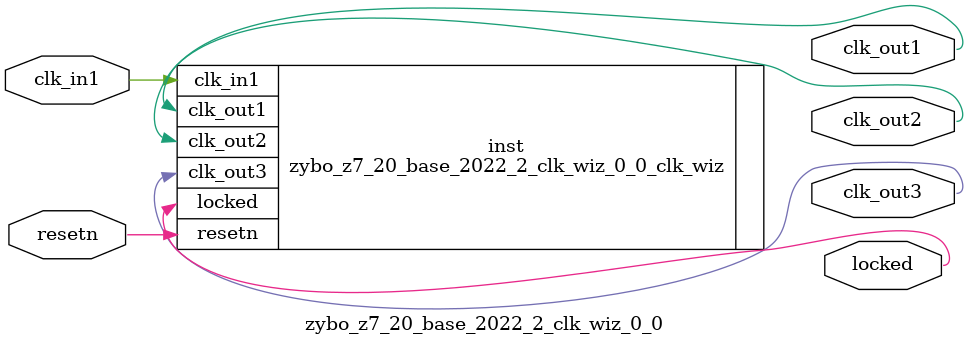
<source format=v>


`timescale 1ps/1ps

(* CORE_GENERATION_INFO = "zybo_z7_20_base_2022_2_clk_wiz_0_0,clk_wiz_v6_0_11_0_0,{component_name=zybo_z7_20_base_2022_2_clk_wiz_0_0,use_phase_alignment=true,use_min_o_jitter=false,use_max_i_jitter=false,use_dyn_phase_shift=false,use_inclk_switchover=false,use_dyn_reconfig=false,enable_axi=0,feedback_source=FDBK_AUTO,PRIMITIVE=MMCM,num_out_clk=3,clkin1_period=20.0,clkin2_period=10.0,use_power_down=false,use_reset=true,use_locked=true,use_inclk_stopped=false,feedback_type=SINGLE,CLOCK_MGR_TYPE=NA,manual_override=false}" *)

module zybo_z7_20_base_2022_2_clk_wiz_0_0 
 (
  // Clock out ports
  output        clk_out1,
  output        clk_out2,
  output        clk_out3,
  // Status and control signals
  input         resetn,
  output        locked,
 // Clock in ports
  input         clk_in1
 );

  zybo_z7_20_base_2022_2_clk_wiz_0_0_clk_wiz inst
  (
  // Clock out ports  
  .clk_out1(clk_out1),
  .clk_out2(clk_out2),
  .clk_out3(clk_out3),
  // Status and control signals               
  .resetn(resetn), 
  .locked(locked),
 // Clock in ports
  .clk_in1(clk_in1)
  );

endmodule

</source>
